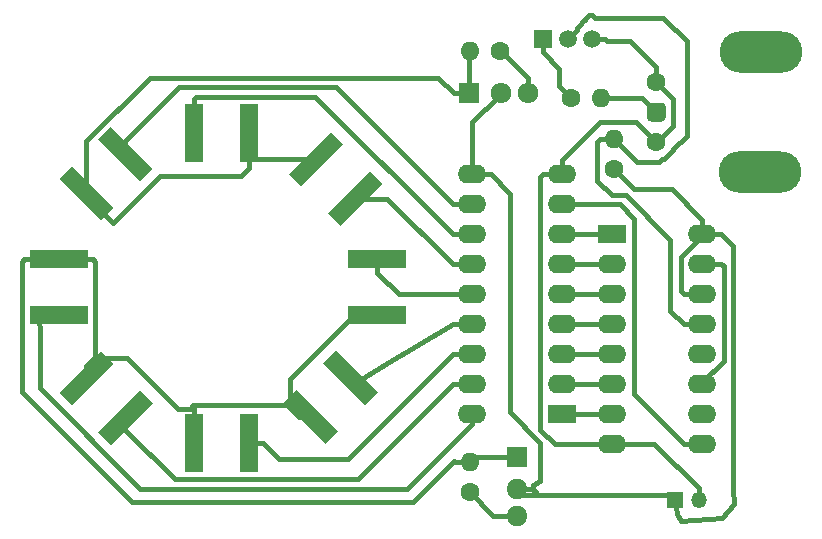
<source format=gbr>
G04 #@! TF.GenerationSoftware,KiCad,Pcbnew,(5.1.5)-3*
G04 #@! TF.CreationDate,2019-12-19T16:48:26+01:00*
G04 #@! TF.ProjectId,LED_multiplexer,4c45445f-6d75-46c7-9469-706c65786572,v01*
G04 #@! TF.SameCoordinates,Original*
G04 #@! TF.FileFunction,Copper,L1,Top*
G04 #@! TF.FilePolarity,Positive*
%FSLAX46Y46*%
G04 Gerber Fmt 4.6, Leading zero omitted, Abs format (unit mm)*
G04 Created by KiCad (PCBNEW (5.1.5)-3) date 2019-12-19 16:48:26*
%MOMM*%
%LPD*%
G04 APERTURE LIST*
%ADD10R,5.000000X1.500000*%
%ADD11R,1.500000X5.000000*%
%ADD12C,0.200000*%
%ADD13C,1.500000*%
%ADD14R,1.500000X1.500000*%
%ADD15C,1.600000*%
%ADD16O,1.600000X1.600000*%
%ADD17R,2.400000X1.600000*%
%ADD18O,2.400000X1.600000*%
%ADD19O,1.800000X1.714500*%
%ADD20R,1.800000X1.714500*%
%ADD21R,1.714500X1.800000*%
%ADD22O,1.714500X1.800000*%
%ADD23R,1.350000X1.350000*%
%ADD24O,1.350000X1.350000*%
%ADD25O,7.000000X3.500000*%
%ADD26C,0.400000*%
G04 APERTURE END LIST*
D10*
X108000000Y-123750000D03*
X108000000Y-119050000D03*
D11*
X124150000Y-134600000D03*
X119450000Y-134600000D03*
D10*
X135000000Y-119050000D03*
X135000000Y-123750000D03*
D11*
X124150000Y-108400000D03*
X119450000Y-108400000D03*
G04 #@! TA.AperFunction,SMDPad,CuDef*
D12*
G36*
X112636396Y-127900862D02*
G01*
X109100862Y-131436396D01*
X108040202Y-130375736D01*
X111575736Y-126840202D01*
X112636396Y-127900862D01*
G37*
G04 #@! TD.AperFunction*
G04 #@! TA.AperFunction,SMDPad,CuDef*
G36*
X115959798Y-131224264D02*
G01*
X112424264Y-134759798D01*
X111363604Y-133699138D01*
X114899138Y-130163604D01*
X115959798Y-131224264D01*
G37*
G04 #@! TD.AperFunction*
G04 #@! TA.AperFunction,SMDPad,CuDef*
G36*
X128162563Y-130101903D02*
G01*
X131698097Y-133637437D01*
X130637437Y-134698097D01*
X127101903Y-131162563D01*
X128162563Y-130101903D01*
G37*
G04 #@! TD.AperFunction*
G04 #@! TA.AperFunction,SMDPad,CuDef*
G36*
X131485965Y-126778501D02*
G01*
X135021499Y-130314035D01*
X133960839Y-131374695D01*
X130425305Y-127839161D01*
X131485965Y-126778501D01*
G37*
G04 #@! TD.AperFunction*
G04 #@! TA.AperFunction,SMDPad,CuDef*
G36*
X132098097Y-109362563D02*
G01*
X128562563Y-112898097D01*
X127501903Y-111837437D01*
X131037437Y-108301903D01*
X132098097Y-109362563D01*
G37*
G04 #@! TD.AperFunction*
G04 #@! TA.AperFunction,SMDPad,CuDef*
G36*
X135421499Y-112685965D02*
G01*
X131885965Y-116221499D01*
X130825305Y-115160839D01*
X134360839Y-111625305D01*
X135421499Y-112685965D01*
G37*
G04 #@! TD.AperFunction*
G04 #@! TA.AperFunction,SMDPad,CuDef*
G36*
X112424264Y-107840202D02*
G01*
X115959798Y-111375736D01*
X114899138Y-112436396D01*
X111363604Y-108900862D01*
X112424264Y-107840202D01*
G37*
G04 #@! TD.AperFunction*
G04 #@! TA.AperFunction,SMDPad,CuDef*
G36*
X109100862Y-111163604D02*
G01*
X112636396Y-114699138D01*
X111575736Y-115759798D01*
X108040202Y-112224264D01*
X109100862Y-111163604D01*
G37*
G04 #@! TD.AperFunction*
D13*
X151140000Y-100400000D03*
X153200000Y-100400000D03*
D14*
X149000000Y-100400000D03*
D15*
X155000000Y-111400000D03*
D16*
X155000000Y-108860000D03*
X142800000Y-136260000D03*
D15*
X142800000Y-138800000D03*
X145340000Y-101400000D03*
D16*
X142800000Y-101400000D03*
D17*
X154900000Y-116900000D03*
D18*
X162520000Y-134680000D03*
X154900000Y-119440000D03*
X162520000Y-132140000D03*
X154900000Y-121980000D03*
X162520000Y-129600000D03*
X154900000Y-124520000D03*
X162520000Y-127060000D03*
X154900000Y-127060000D03*
X162520000Y-124520000D03*
X154900000Y-129600000D03*
X162520000Y-121980000D03*
X154900000Y-132140000D03*
X162520000Y-119440000D03*
X154900000Y-134680000D03*
X162520000Y-116900000D03*
D17*
X150600000Y-132200000D03*
D18*
X142980000Y-111880000D03*
X150600000Y-129660000D03*
X142980000Y-114420000D03*
X150600000Y-127120000D03*
X142980000Y-116960000D03*
X150600000Y-124580000D03*
X142980000Y-119500000D03*
X150600000Y-122040000D03*
X142980000Y-122040000D03*
X150600000Y-119500000D03*
X142980000Y-124580000D03*
X150600000Y-116960000D03*
X142980000Y-127120000D03*
X150600000Y-114420000D03*
X142980000Y-129660000D03*
X150600000Y-111880000D03*
X142980000Y-132200000D03*
D19*
X146800000Y-140800000D03*
X146800000Y-138500000D03*
D20*
X146800000Y-135800000D03*
D21*
X142725001Y-105000000D03*
D22*
X145425001Y-105000000D03*
X147725001Y-105000000D03*
D23*
X160200000Y-139400000D03*
D24*
X162200000Y-139400000D03*
D15*
X151400000Y-105400000D03*
D16*
X153940000Y-105400000D03*
D25*
X167490000Y-101520000D03*
X167390000Y-111680000D03*
G04 #@! TA.AperFunction,ComponentPad*
D12*
G36*
X159039207Y-105801926D02*
G01*
X159078036Y-105807686D01*
X159116114Y-105817224D01*
X159153073Y-105830448D01*
X159188559Y-105847231D01*
X159222228Y-105867412D01*
X159253757Y-105890796D01*
X159282843Y-105917157D01*
X159309204Y-105946243D01*
X159332588Y-105977772D01*
X159352769Y-106011441D01*
X159369552Y-106046927D01*
X159382776Y-106083886D01*
X159392314Y-106121964D01*
X159398074Y-106160793D01*
X159400000Y-106200000D01*
X159400000Y-107000000D01*
X159398074Y-107039207D01*
X159392314Y-107078036D01*
X159382776Y-107116114D01*
X159369552Y-107153073D01*
X159352769Y-107188559D01*
X159332588Y-107222228D01*
X159309204Y-107253757D01*
X159282843Y-107282843D01*
X159253757Y-107309204D01*
X159222228Y-107332588D01*
X159188559Y-107352769D01*
X159153073Y-107369552D01*
X159116114Y-107382776D01*
X159078036Y-107392314D01*
X159039207Y-107398074D01*
X159000000Y-107400000D01*
X158200000Y-107400000D01*
X158160793Y-107398074D01*
X158121964Y-107392314D01*
X158083886Y-107382776D01*
X158046927Y-107369552D01*
X158011441Y-107352769D01*
X157977772Y-107332588D01*
X157946243Y-107309204D01*
X157917157Y-107282843D01*
X157890796Y-107253757D01*
X157867412Y-107222228D01*
X157847231Y-107188559D01*
X157830448Y-107153073D01*
X157817224Y-107116114D01*
X157807686Y-107078036D01*
X157801926Y-107039207D01*
X157800000Y-107000000D01*
X157800000Y-106200000D01*
X157801926Y-106160793D01*
X157807686Y-106121964D01*
X157817224Y-106083886D01*
X157830448Y-106046927D01*
X157847231Y-106011441D01*
X157867412Y-105977772D01*
X157890796Y-105946243D01*
X157917157Y-105917157D01*
X157946243Y-105890796D01*
X157977772Y-105867412D01*
X158011441Y-105847231D01*
X158046927Y-105830448D01*
X158083886Y-105817224D01*
X158121964Y-105807686D01*
X158160793Y-105801926D01*
X158200000Y-105800000D01*
X159000000Y-105800000D01*
X159039207Y-105801926D01*
G37*
G04 #@! TD.AperFunction*
D15*
X158600000Y-104060000D03*
X158600000Y-109140000D03*
D26*
X106250000Y-123750000D02*
X108000000Y-123750000D01*
X142980000Y-133020000D02*
X137499989Y-138500011D01*
X106400000Y-125000000D02*
X106250000Y-123750000D01*
X106400000Y-130000000D02*
X106400000Y-125000000D01*
X142980000Y-132200000D02*
X142980000Y-133020000D01*
X137499989Y-138500011D02*
X114900011Y-138500011D01*
X114900011Y-138500011D02*
X106400000Y-130000000D01*
X111100001Y-127315937D02*
X110338299Y-128077639D01*
X111100001Y-119250001D02*
X111100001Y-127315937D01*
X110900000Y-119050000D02*
X111100001Y-119250001D01*
X110338299Y-128077639D02*
X110338299Y-129138299D01*
X108000000Y-119050000D02*
X110900000Y-119050000D01*
X119450000Y-134600000D02*
X119450000Y-131700000D01*
X143260000Y-135800000D02*
X142800000Y-136260000D01*
X146800000Y-135800000D02*
X143260000Y-135800000D01*
X113800000Y-127400000D02*
X118100000Y-131700000D01*
X112000000Y-127400000D02*
X113800000Y-127400000D01*
X118100000Y-131700000D02*
X119450000Y-131700000D01*
X110338299Y-129138299D02*
X110338299Y-129061701D01*
X110338299Y-129061701D02*
X112000000Y-127400000D01*
X133050000Y-123750000D02*
X135000000Y-123750000D01*
X129400000Y-132400000D02*
X127600000Y-130600000D01*
X127600000Y-129200000D02*
X133050000Y-123750000D01*
X127600000Y-130600000D02*
X127600000Y-129200000D01*
X128339340Y-132400000D02*
X129400000Y-132400000D01*
X127339340Y-131400000D02*
X128339340Y-132400000D01*
X119100000Y-131700000D02*
X119400000Y-131400000D01*
X119400000Y-131400000D02*
X127339340Y-131400000D01*
X104899999Y-119250001D02*
X105100000Y-119050000D01*
X104899999Y-130299999D02*
X104899999Y-119250001D01*
X141651384Y-136260000D02*
X141495692Y-136104308D01*
X142800000Y-136260000D02*
X141651384Y-136260000D01*
X138000000Y-139600000D02*
X114200000Y-139600000D01*
X105100000Y-119050000D02*
X108000000Y-119050000D01*
X114200000Y-139600000D02*
X104899999Y-130299999D01*
X141495692Y-136104308D02*
X138000000Y-139600000D01*
X141380000Y-127120000D02*
X132500000Y-136000000D01*
X142980000Y-127120000D02*
X141380000Y-127120000D01*
X125300000Y-134600000D02*
X124150000Y-134600000D01*
X126700000Y-136000000D02*
X125300000Y-134600000D01*
X132500000Y-136000000D02*
X126700000Y-136000000D01*
X135000000Y-120200000D02*
X135000000Y-119050000D01*
X136840000Y-122040000D02*
X135000000Y-120200000D01*
X142980000Y-122040000D02*
X136840000Y-122040000D01*
X110338299Y-112401041D02*
X110338299Y-113461701D01*
X110338299Y-109077623D02*
X110338299Y-112401041D01*
X115715943Y-103699979D02*
X110338299Y-109077623D01*
X140167730Y-103699979D02*
X115715943Y-103699979D01*
X141467751Y-105000000D02*
X140167730Y-103699979D01*
X142725001Y-105000000D02*
X141467751Y-105000000D01*
X142725001Y-101474999D02*
X142800000Y-101400000D01*
X142725001Y-105000000D02*
X142725001Y-101474999D01*
X129800000Y-110600000D02*
X124600000Y-110600000D01*
X124150000Y-110150000D02*
X124150000Y-108400000D01*
X124600000Y-110600000D02*
X124150000Y-110150000D01*
X110338299Y-113461701D02*
X110338299Y-113738299D01*
X112600000Y-116000000D02*
X116600000Y-112000000D01*
X116600000Y-112000000D02*
X123450000Y-112000000D01*
X124150000Y-111300000D02*
X124150000Y-108400000D01*
X110338299Y-113738299D02*
X112600000Y-116000000D01*
X123450000Y-112000000D02*
X124150000Y-111300000D01*
X119650001Y-105299999D02*
X119450000Y-105500000D01*
X129719999Y-105299999D02*
X119650001Y-105299999D01*
X119450000Y-105500000D02*
X119450000Y-108400000D01*
X141380000Y-116960000D02*
X129719999Y-105299999D01*
X142980000Y-116960000D02*
X141380000Y-116960000D01*
X117839341Y-137700001D02*
X113661701Y-133522361D01*
X133339999Y-137700001D02*
X117839341Y-137700001D01*
X141380000Y-129660000D02*
X133339999Y-137700001D01*
X142980000Y-129660000D02*
X141380000Y-129660000D01*
X113661701Y-133522361D02*
X113661701Y-132461701D01*
X136000000Y-127800000D02*
X133784062Y-129076598D01*
X142980000Y-124580000D02*
X141380000Y-124580000D01*
X133784062Y-129076598D02*
X132723402Y-129076598D01*
X141380000Y-124580000D02*
X136000000Y-127800000D01*
X134184062Y-113923402D02*
X133123402Y-113923402D01*
X135803402Y-113923402D02*
X134184062Y-113923402D01*
X141380000Y-119500000D02*
X135803402Y-113923402D01*
X142980000Y-119500000D02*
X141380000Y-119500000D01*
X118239351Y-104499989D02*
X113661701Y-109077639D01*
X131459989Y-104499989D02*
X118239351Y-104499989D01*
X113661701Y-109077639D02*
X113661701Y-110138299D01*
X141380000Y-114420000D02*
X131459989Y-104499989D01*
X142980000Y-114420000D02*
X141380000Y-114420000D01*
X157400000Y-105400000D02*
X158600000Y-106600000D01*
X153940000Y-105400000D02*
X157400000Y-105400000D01*
X158434594Y-134680000D02*
X156500000Y-134680000D01*
X162200000Y-138445406D02*
X158434594Y-134680000D01*
X156500000Y-134680000D02*
X154900000Y-134680000D01*
X162200000Y-139400000D02*
X162200000Y-138445406D01*
X148799990Y-133479992D02*
X149999998Y-134680000D01*
X148799990Y-112080010D02*
X148799990Y-133479992D01*
X149999998Y-134680000D02*
X154900000Y-134680000D01*
X149000000Y-111880000D02*
X148799990Y-112080010D01*
X150600000Y-111880000D02*
X149000000Y-111880000D01*
X158600000Y-102800000D02*
X158600000Y-104060000D01*
X159399999Y-108340001D02*
X158600000Y-109140000D01*
X160000010Y-107739990D02*
X159399999Y-108340001D01*
X160000010Y-105460010D02*
X160000010Y-107739990D01*
X158600000Y-104060000D02*
X160000010Y-105460010D01*
X153865780Y-107414220D02*
X156874220Y-107414220D01*
X156874220Y-107414220D02*
X157800001Y-108340001D01*
X150600000Y-110680000D02*
X153865780Y-107414220D01*
X157800001Y-108340001D02*
X158600000Y-109140000D01*
X150600000Y-111880000D02*
X150600000Y-110680000D01*
X154460660Y-100600000D02*
X156400000Y-100600000D01*
X154260660Y-100400000D02*
X154460660Y-100600000D01*
X153200000Y-100400000D02*
X154260660Y-100400000D01*
X156400000Y-100600000D02*
X158600000Y-102800000D01*
X156019990Y-113619990D02*
X159800000Y-117400000D01*
X154819990Y-113619990D02*
X156019990Y-113619990D01*
X153599999Y-112399999D02*
X154819990Y-113619990D01*
X153868630Y-108860000D02*
X153599999Y-109128631D01*
X153599999Y-109128631D02*
X153599999Y-112399999D01*
X155000000Y-108860000D02*
X153868630Y-108860000D01*
X151889999Y-99650001D02*
X151889999Y-99450001D01*
X151889999Y-99450001D02*
X152670000Y-98670000D01*
X151140000Y-100400000D02*
X151889999Y-99650001D01*
X152670000Y-98670000D02*
X152540000Y-98800000D01*
X152940000Y-98400000D02*
X152670000Y-98670000D01*
X153200000Y-98400000D02*
X152940000Y-98400000D01*
X159085192Y-110540001D02*
X159272001Y-110540001D01*
X158800000Y-110800000D02*
X159085192Y-110540001D01*
X155000000Y-108860000D02*
X156940000Y-110800000D01*
X159200000Y-98600000D02*
X153400000Y-98600000D01*
X159272001Y-110540001D02*
X160000001Y-109812001D01*
X156940000Y-110800000D02*
X158800000Y-110800000D01*
X160000001Y-109812001D02*
X160000001Y-109706000D01*
X161200000Y-108612002D02*
X161200000Y-100600000D01*
X160000001Y-109706000D02*
X161200000Y-108612002D01*
X161200000Y-100600000D02*
X159200000Y-98600000D01*
X153400000Y-98600000D02*
X153200000Y-98400000D01*
X160920000Y-124520000D02*
X162520000Y-124520000D01*
X159800000Y-117400000D02*
X159800000Y-123400000D01*
X159800000Y-123400000D02*
X160920000Y-124520000D01*
X150400000Y-104400000D02*
X151400000Y-105400000D01*
X150400000Y-102950000D02*
X150400000Y-104400000D01*
X149000000Y-101550000D02*
X150400000Y-102950000D01*
X149000000Y-100400000D02*
X149000000Y-101550000D01*
X145425001Y-105042750D02*
X145425001Y-105000000D01*
X144125001Y-106300000D02*
X144167751Y-106300000D01*
X144167751Y-106300000D02*
X145425001Y-105042750D01*
X142980000Y-107445001D02*
X144125001Y-106300000D01*
X142980000Y-111880000D02*
X142980000Y-107445001D01*
X160719990Y-121779990D02*
X160920000Y-121980000D01*
X160719990Y-118860097D02*
X160719990Y-121779990D01*
X162520000Y-117060087D02*
X160719990Y-118860097D01*
X160920000Y-121980000D02*
X162520000Y-121980000D01*
X162520000Y-116900000D02*
X162520000Y-117060087D01*
X162520000Y-115700000D02*
X162520000Y-116900000D01*
X159960008Y-113140008D02*
X162520000Y-115700000D01*
X156740008Y-113140008D02*
X159960008Y-113140008D01*
X155000000Y-111400000D02*
X156740008Y-113140008D01*
X146200000Y-113500000D02*
X144580000Y-111880000D01*
X148800000Y-134611386D02*
X146200000Y-132011386D01*
X144580000Y-111880000D02*
X142980000Y-111880000D01*
X146200000Y-132011386D02*
X146200000Y-113500000D01*
X148800000Y-137800000D02*
X148800000Y-134611386D01*
X147300000Y-139000000D02*
X146800000Y-138500000D01*
X160200000Y-139400000D02*
X159800000Y-139000000D01*
X148400000Y-138800000D02*
X148400000Y-139000000D01*
X148100000Y-138500000D02*
X148400000Y-138800000D01*
X159800000Y-139000000D02*
X148400000Y-139000000D01*
X148400000Y-139000000D02*
X147300000Y-139000000D01*
X148200000Y-138400000D02*
X148200000Y-138200000D01*
X148100000Y-138500000D02*
X148200000Y-138400000D01*
X146800000Y-138500000D02*
X148100000Y-138500000D01*
X148200000Y-138200000D02*
X148800000Y-137800000D01*
X160400000Y-140600000D02*
X160200000Y-139400000D01*
X164200000Y-141000000D02*
X160700721Y-141200000D01*
X160700721Y-141200000D02*
X160400000Y-140600000D01*
X164120000Y-116900000D02*
X165120020Y-117900020D01*
X165120020Y-117900020D02*
X165120020Y-138479980D01*
X165200000Y-139800000D02*
X164200000Y-141000000D01*
X162520000Y-116900000D02*
X164120000Y-116900000D01*
X165120020Y-138479980D02*
X165200000Y-139800000D01*
X144800000Y-140800000D02*
X142800000Y-138800000D01*
X146800000Y-140800000D02*
X144800000Y-140800000D01*
X145425001Y-101400000D02*
X145340000Y-101400000D01*
X147725001Y-103700000D02*
X145425001Y-101400000D01*
X147725001Y-105000000D02*
X147725001Y-103700000D01*
X150660000Y-116900000D02*
X150600000Y-116960000D01*
X154900000Y-116900000D02*
X150660000Y-116900000D01*
X155500002Y-114420000D02*
X152200000Y-114420000D01*
X156700001Y-115619999D02*
X155500002Y-114420000D01*
X152200000Y-114420000D02*
X150600000Y-114420000D01*
X160920000Y-134680000D02*
X156700001Y-130460001D01*
X156700001Y-130460001D02*
X156700001Y-115619999D01*
X162520000Y-134680000D02*
X160920000Y-134680000D01*
X150660000Y-119440000D02*
X150600000Y-119500000D01*
X154900000Y-119440000D02*
X150660000Y-119440000D01*
X150660000Y-121980000D02*
X150600000Y-122040000D01*
X154900000Y-121980000D02*
X150660000Y-121980000D01*
X164120000Y-119440000D02*
X162520000Y-119440000D01*
X164320010Y-127639903D02*
X164320010Y-119640010D01*
X162520000Y-129439913D02*
X164320010Y-127639903D01*
X164320010Y-119640010D02*
X164120000Y-119440000D01*
X162520000Y-129600000D02*
X162520000Y-129439913D01*
X150660000Y-124520000D02*
X150600000Y-124580000D01*
X154900000Y-124520000D02*
X150660000Y-124520000D01*
X150660000Y-127060000D02*
X150600000Y-127120000D01*
X154900000Y-127060000D02*
X150660000Y-127060000D01*
X150660000Y-129600000D02*
X150600000Y-129660000D01*
X154900000Y-129600000D02*
X150660000Y-129600000D01*
X150660000Y-132140000D02*
X150600000Y-132200000D01*
X154900000Y-132140000D02*
X150660000Y-132140000D01*
M02*

</source>
